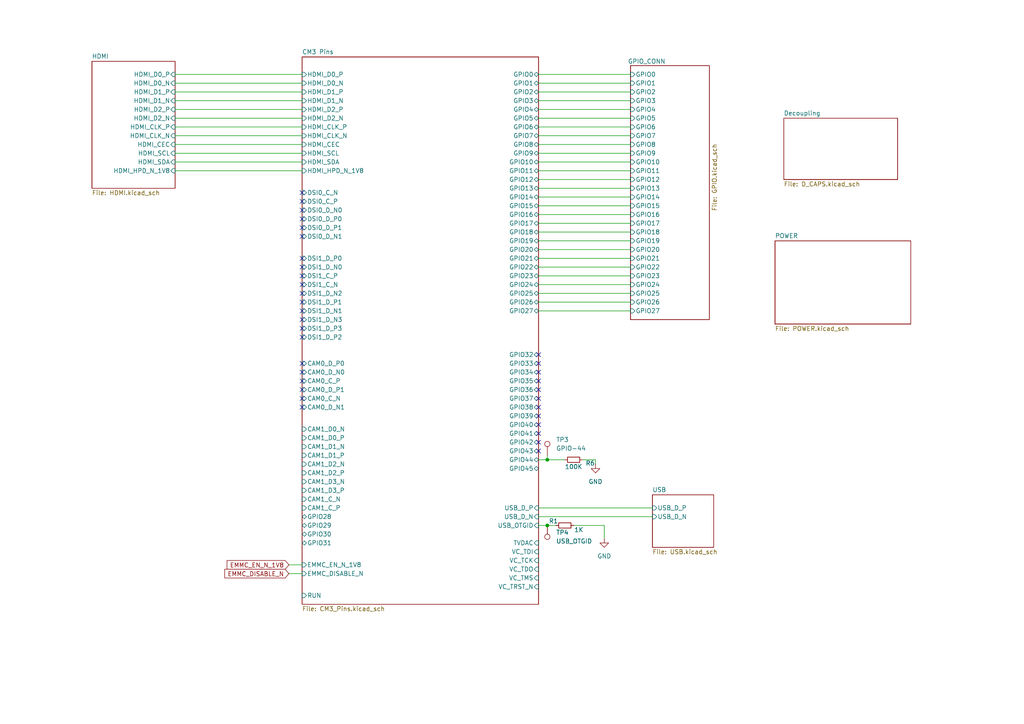
<source format=kicad_sch>
(kicad_sch (version 20231120) (generator "eeschema") (generator_version "8.0")
  (paper "A4")
  (title_block (title "Pi Compute Module 3 Minimum Viable Board") (date "2024-03-28") (rev "1") (company "Designed by: Kuro"))
  (lib_symbols
    (symbol "Connector:TestPoint" (pin_numbers hide) (pin_names (offset 0.762) hide)
      (property "Reference" "TP" (at 0 6.858 0))
      (property "Value" "TestPoint" (at 0 5.08 0))
      (symbol "TestPoint_0_1"
        (circle (center 0 3.302) (radius 0.762))
      )
      (symbol "TestPoint_1_1"
        (pin passive line (at 0 0 90) (length 2.54) (name "1") (number "1"))
      )
    )
    (symbol "Device:R_Small" (pin_numbers hide) (pin_names (offset 0.254) hide)
      (property "Reference" "R" (at 0.762 0.508 0))
      (property "Value" "R_Small" (at 0.762 -1.016 0))
      (symbol "R_Small_0_1"
        (rectangle (start -0.762 1.778) (end 0.762 -1.778) (stroke (width 0.2032)))
      )
      (symbol "R_Small_1_1"
        (pin passive line (at 0 2.54 270) (length 0.762) (name "~") (number "1"))
        (pin passive line (at 0 -2.54 90) (length 0.762) (name "~") (number "2"))
      )
    )
    (symbol "power:GND" (power) (pin_numbers hide) (pin_names (offset 0) hide)
      (property "Value" "GND" (at 0 -3.81 0))
      (symbol "GND_0_1"
        (polyline (pts (xy 0 0) (xy 0 -1.27) (xy 1.27 -1.27) (xy 0 -2.54) (xy -1.27 -1.27) (xy 0 -1.27)))
      )
      (symbol "GND_1_1"
        (pin power_in line (at 0 0 270) (length 0) (name "~") (number "1"))
      )
    )
  )
  (junction (at 158.75 133.35))
  (junction (at 158.75 152.4))
  (no_connect (at 87.63 77.47))
  (no_connect (at 87.63 60.96))
  (no_connect (at 156.21 107.95))
  (no_connect (at 87.63 118.11))
  (no_connect (at 87.63 115.57))
  (no_connect (at 156.21 123.19))
  (no_connect (at 87.63 110.49))
  (no_connect (at 87.63 95.25))
  (no_connect (at 156.21 128.27))
  (no_connect (at 156.21 125.73))
  (no_connect (at 156.21 102.87))
  (no_connect (at 156.21 130.81))
  (no_connect (at 87.63 74.93))
  (no_connect (at 87.63 66.04))
  (no_connect (at 87.63 63.5))
  (no_connect (at 87.63 55.88))
  (no_connect (at 87.63 82.55))
  (no_connect (at 87.63 90.17))
  (no_connect (at 87.63 85.09))
  (no_connect (at 156.21 110.49))
  (no_connect (at 87.63 87.63))
  (no_connect (at 156.21 120.65))
  (no_connect (at 156.21 113.03))
  (no_connect (at 87.63 107.95))
  (no_connect (at 87.63 105.41))
  (no_connect (at 87.63 113.03))
  (no_connect (at 87.63 80.01))
  (no_connect (at 156.21 105.41))
  (no_connect (at 156.21 118.11))
  (no_connect (at 87.63 58.42))
  (no_connect (at 87.63 92.71))
  (no_connect (at 87.63 68.58))
  (no_connect (at 87.63 97.79))
  (no_connect (at 156.21 115.57))
  (wire (pts (xy 156.21 39.37) (xy 182.88 39.37)))
  (wire (pts (xy 156.21 49.53) (xy 182.88 49.53)))
  (wire (pts (xy 156.21 46.99) (xy 182.88 46.99)))
  (wire (pts (xy 168.91 133.35) (xy 172.72 133.35)))
  (wire (pts (xy 156.21 82.55) (xy 182.88 82.55)))
  (wire (pts (xy 50.8 24.13) (xy 87.63 24.13)))
  (wire (pts (xy 156.21 72.39) (xy 182.88 72.39)))
  (wire (pts (xy 156.21 149.86) (xy 189.23 149.86)))
  (wire (pts (xy 156.21 21.59) (xy 182.88 21.59)))
  (wire (pts (xy 156.21 54.61) (xy 182.88 54.61)))
  (wire (pts (xy 156.21 26.67) (xy 182.88 26.67)))
  (wire (pts (xy 83.82 166.37) (xy 87.63 166.37)))
  (wire (pts (xy 156.21 77.47) (xy 182.88 77.47)))
  (wire (pts (xy 50.8 41.91) (xy 87.63 41.91)))
  (wire (pts (xy 158.75 152.4) (xy 161.29 152.4)))
  (wire (pts (xy 156.21 44.45) (xy 182.88 44.45)))
  (wire (pts (xy 50.8 49.53) (xy 87.63 49.53)))
  (wire (pts (xy 172.72 133.35) (xy 172.72 134.62)))
  (wire (pts (xy 156.21 147.32) (xy 189.23 147.32)))
  (wire (pts (xy 156.21 57.15) (xy 182.88 57.15)))
  (wire (pts (xy 50.8 46.99) (xy 87.63 46.99)))
  (wire (pts (xy 158.75 132.08) (xy 158.75 133.35)))
  (wire (pts (xy 156.21 34.29) (xy 182.88 34.29)))
  (wire (pts (xy 156.21 36.83) (xy 182.88 36.83)))
  (wire (pts (xy 156.21 64.77) (xy 182.88 64.77)))
  (wire (pts (xy 156.21 41.91) (xy 182.88 41.91)))
  (wire (pts (xy 156.21 80.01) (xy 182.88 80.01)))
  (wire (pts (xy 50.8 29.21) (xy 87.63 29.21)))
  (wire (pts (xy 50.8 44.45) (xy 87.63 44.45)))
  (wire (pts (xy 156.21 67.31) (xy 182.88 67.31)))
  (wire (pts (xy 156.21 62.23) (xy 182.88 62.23)))
  (wire (pts (xy 50.8 34.29) (xy 87.63 34.29)))
  (wire (pts (xy 156.21 74.93) (xy 182.88 74.93)))
  (wire (pts (xy 156.21 24.13) (xy 182.88 24.13)))
  (wire (pts (xy 175.26 152.4) (xy 175.26 156.21)))
  (wire (pts (xy 156.21 90.17) (xy 182.88 90.17)))
  (wire (pts (xy 156.21 69.85) (xy 182.88 69.85)))
  (wire (pts (xy 50.8 36.83) (xy 87.63 36.83)))
  (wire (pts (xy 50.8 21.59) (xy 87.63 21.59)))
  (wire (pts (xy 156.21 59.69) (xy 182.88 59.69)))
  (wire (pts (xy 156.21 133.35) (xy 158.75 133.35)))
  (wire (pts (xy 156.21 52.07) (xy 182.88 52.07)))
  (wire (pts (xy 50.8 31.75) (xy 87.63 31.75)))
  (wire (pts (xy 50.8 39.37) (xy 87.63 39.37)))
  (wire (pts (xy 83.82 163.83) (xy 87.63 163.83)))
  (wire (pts (xy 156.21 85.09) (xy 182.88 85.09)))
  (wire (pts (xy 50.8 26.67) (xy 87.63 26.67)))
  (wire (pts (xy 156.21 31.75) (xy 182.88 31.75)))
  (wire (pts (xy 156.21 29.21) (xy 182.88 29.21)))
  (wire (pts (xy 156.21 152.4) (xy 158.75 152.4)))
  (wire (pts (xy 158.75 133.35) (xy 163.83 133.35)))
  (wire (pts (xy 156.21 87.63) (xy 182.88 87.63)))
  (wire (pts (xy 166.37 152.4) (xy 175.26 152.4)))
  (global_label "EMMC_DISABLE_N" (shape input) (at 83.82 166.37 180) (property "Intersheetrefs" "${INTERSHEET_REFS}" (effects (hide yes))))
  (global_label "EMMC_EN_N_1V8" (shape input) (at 83.82 163.83 180) (property "Intersheetrefs" "${INTERSHEET_REFS}" (effects (hide yes))))
  (symbol (lib_id "Device:R_Small") (at 163.83 152.4 90) (unit 1)
    (property "Reference" "R1" (at 160.528 151.13 90))
    (property "Value" "1K" (at 167.894 153.67 90))
    (property "Footprint" "Capacitor_SMD:C_0805_2012Metric" (effects (hide yes)))
    (property "Description" "Resistor, small symbol" (effects (hide yes)))
  )
  (symbol (lib_id "power:GND") (at 172.72 134.62 0) (unit 1)
    (property "Reference" "#PWR071" (effects (hide yes)))
    (property "Value" "GND" (at 172.72 139.7 0))
    (property "Description" "Power symbol creates a global label with name \"GND\" , ground" (effects (hide yes)))
  )
  (symbol (lib_id "Connector:TestPoint") (at 158.75 152.4 180) (unit 1) (in_bom no)
    (property "Reference" "TP4" (at 161.29 154.4319 0) (effects (justify right)))
    (property "Value" "USB_OTGID" (at 161.29 156.9719 0) (effects (justify right)))
    (property "Footprint" "TestPoint:TestPoint_Pad_1.0x1.0mm" (effects (hide yes)))
    (property "Description" "test point" (effects (hide yes)))
  )
  (symbol (lib_id "power:GND") (at 175.26 156.21 0) (unit 1)
    (property "Reference" "#PWR015" (effects (hide yes)))
    (property "Value" "GND" (at 175.26 161.29 0))
    (property "Description" "Power symbol creates a global label with name \"GND\" , ground" (effects (hide yes)))
  )
  (symbol (lib_id "Device:R_Small") (at 166.37 133.35 90) (unit 1)
    (property "Reference" "R6" (at 171.196 134.366 90))
    (property "Value" "100K" (at 166.37 135.382 90))
    (property "Footprint" "Resistor_SMD:R_0805_2012Metric" (effects (hide yes)))
    (property "Description" "Resistor, small symbol" (effects (hide yes)))
  )
  (symbol (lib_id "Connector:TestPoint") (at 158.75 132.08 0) (unit 1) (in_bom no)
    (property "Reference" "TP3" (at 161.29 127.5079 0) (effects (justify left)))
    (property "Value" "GPIO-44" (at 161.29 130.0479 0) (effects (justify left)))
    (property "Footprint" "TestPoint:TestPoint_Pad_1.0x1.0mm" (effects (hide yes)))
    (property "Description" "test point" (effects (hide yes)))
  )
  (sheet (at 224.79 69.85) (size 39.37 24.13) (stroke (width 0.1524))
    (property "Sheetname" "POWER" (at 224.79 69.1384 0) (effects (justify left bottom)))
    (property "Sheetfile" "POWER.kicad_sch" (at 224.79 94.5646 0) (effects (justify left top)))
  )
  (sheet (at 26.67 17.78) (size 24.13 36.83) (stroke (width 0.1524))
    (property "Sheetname" "HDMI" (at 26.67 17.0684 0) (effects (justify left bottom)))
    (property "Sheetfile" "HDMI.kicad_sch" (at 26.67 55.1946 0) (effects (justify left top)))
    (pin "HDMI_D2_P" input (at 50.8 31.75 0))
    (pin "HDMI_D2_N" input (at 50.8 34.29 0))
    (pin "HDMI_D1_P" input (at 50.8 26.67 0))
    (pin "HDMI_D1_N" input (at 50.8 29.21 0))
    (pin "HDMI_D0_P" input (at 50.8 21.59 0))
    (pin "HDMI_D0_N" input (at 50.8 24.13 0))
    (pin "HDMI_CLK_P" input (at 50.8 36.83 0))
    (pin "HDMI_CLK_N" input (at 50.8 39.37 0))
    (pin "HDMI_SDA" input (at 50.8 46.99 0))
    (pin "HDMI_HPD_N_1V8" input (at 50.8 49.53 0))
    (pin "HDMI_CEC" input (at 50.8 41.91 0))
    (pin "HDMI_SCL" input (at 50.8 44.45 0))
  )
  (sheet (at 182.88 19.05) (size 22.86 73.66) (stroke (width 0.1524))
    (property "Sheetname" "GPIO_CONN" (at 182.118 18.542 0) (effects (justify left bottom)))
    (property "Sheetfile" "GPIO.kicad_sch" (at 206.502 61.214 90) (effects (justify left top)))
    (pin "GPIO4" input (at 182.88 31.75 180))
    (pin "GPIO17" input (at 182.88 64.77 180))
    (pin "GPIO3" input (at 182.88 29.21 180))
    (pin "GPIO2" input (at 182.88 26.67 180))
    (pin "GPIO20" input (at 182.88 72.39 180))
    (pin "GPIO16" input (at 182.88 62.23 180))
    (pin "GPIO12" input (at 182.88 52.07 180))
    (pin "GPIO7" input (at 182.88 39.37 180))
    (pin "GPIO1" input (at 182.88 24.13 180))
    (pin "GPIO21" input (at 182.88 74.93 180))
    (pin "GPIO18" input (at 182.88 67.31 180))
    (pin "GPIO23" input (at 182.88 80.01 180))
    (pin "GPIO24" input (at 182.88 82.55 180))
    (pin "GPIO25" input (at 182.88 85.09 180))
    (pin "GPIO8" input (at 182.88 41.91 180))
    (pin "GPIO14" input (at 182.88 57.15 180))
    (pin "GPIO15" input (at 182.88 59.69 180))
    (pin "GPIO27" input (at 182.88 90.17 180))
    (pin "GPIO22" input (at 182.88 77.47 180))
    (pin "GPIO10" input (at 182.88 46.99 180))
    (pin "GPIO9" input (at 182.88 44.45 180))
    (pin "GPIO11" input (at 182.88 49.53 180))
    (pin "GPIO0" input (at 182.88 21.59 180))
    (pin "GPIO5" input (at 182.88 34.29 180))
    (pin "GPIO19" input (at 182.88 69.85 180))
    (pin "GPIO13" input (at 182.88 54.61 180))
    (pin "GPIO6" input (at 182.88 36.83 180))
    (pin "GPIO26" input (at 182.88 87.63 180))
  )
  (sheet (at 87.63 16.51) (size 68.58 158.75) (stroke (width 0.1524))
    (property "Sheetname" "CM3 Pins" (at 87.63 15.7984 0) (effects (justify left bottom)))
    (property "Sheetfile" "CM3_Pins.kicad_sch" (at 87.63 175.8446 0) (effects (justify left top)))
    (pin "GPIO28" bidirectional (at 87.63 149.86 180))
    (pin "GPIO29" bidirectional (at 87.63 152.4 180))
    (pin "GPIO30" bidirectional (at 87.63 154.94 180))
    (pin "GPIO31" bidirectional (at 87.63 157.48 180))
    (pin "GPIO22" bidirectional (at 156.21 77.47 0))
    (pin "GPIO23" bidirectional (at 156.21 80.01 0))
    (pin "GPIO19" bidirectional (at 156.21 69.85 0))
    (pin "GPIO18" bidirectional (at 156.21 67.31 0))
    (pin "GPIO20" bidirectional (at 156.21 72.39 0))
    (pin "GPIO21" bidirectional (at 156.21 74.93 0))
    (pin "USB_D_N" input (at 156.21 149.86 0))
    (pin "CAM1_D0_N" input (at 87.63 124.46 180))
    (pin "USB_D_P" input (at 156.21 147.32 0))
    (pin "EMMC_DISABLE_N" input (at 87.63 166.37 180))
    (pin "GPIO13" bidirectional (at 156.21 54.61 0))
    (pin "GPIO12" bidirectional (at 156.21 52.07 0))
    (pin "GPIO17" bidirectional (at 156.21 64.77 0))
    (pin "GPIO15" bidirectional (at 156.21 59.69 0))
    (pin "GPIO14" bidirectional (at 156.21 57.15 0))
    (pin "GPIO16" bidirectional (at 156.21 62.23 0))
    (pin "CAM1_D2_N" input (at 87.63 134.62 180))
    (pin "CAM1_D2_P" input (at 87.63 137.16 180))
    (pin "CAM1_C_P" input (at 87.63 147.32 180))
    (pin "CAM1_C_N" input (at 87.63 144.78 180))
    (pin "HDMI_D2_P" input (at 87.63 31.75 180))
    (pin "HDMI_D2_N" input (at 87.63 34.29 180))
    (pin "CAM1_D1_P" input (at 87.63 132.08 180))
    (pin "CAM1_D1_N" input (at 87.63 129.54 180))
    (pin "CAM1_D3_N" input (at 87.63 139.7 180))
    (pin "CAM1_D3_P" input (at 87.63 142.24 180))
    (pin "HDMI_D1_N" input (at 87.63 29.21 180))
    (pin "HDMI_D1_P" input (at 87.63 26.67 180))
    (pin "CAM1_D0_P" input (at 87.63 127 180))
    (pin "GPIO3" bidirectional (at 156.21 29.21 0))
    (pin "GPIO0" bidirectional (at 156.21 21.59 0))
    (pin "GPIO1" bidirectional (at 156.21 24.13 0))
    (pin "GPIO2" bidirectional (at 156.21 26.67 0))
    (pin "GPIO6" bidirectional (at 156.21 36.83 0))
    (pin "GPIO7" bidirectional (at 156.21 39.37 0))
    (pin "GPIO8" bidirectional (at 156.21 41.91 0))
    (pin "GPIO9" bidirectional (at 156.21 44.45 0))
    (pin "GPIO4" bidirectional (at 156.21 31.75 0))
    (pin "GPIO5" bidirectional (at 156.21 34.29 0))
    (pin "GPIO10" bidirectional (at 156.21 46.99 0))
    (pin "GPIO11" bidirectional (at 156.21 49.53 0))
    (pin "HDMI_CEC" input (at 87.63 41.91 180))
    (pin "HDMI_SDA" input (at 87.63 46.99 180))
    (pin "HDMI_SCL" input (at 87.63 44.45 180))
    (pin "CAM0_D_N1" input (at 87.63 118.11 180))
    (pin "CAM0_C_N" input (at 87.63 115.57 180))
    (pin "CAM0_D_P1" input (at 87.63 113.03 180))
    (pin "CAM0_C_P" input (at 87.63 110.49 180))
    (pin "CAM0_D_N0" input (at 87.63 107.95 180))
    (pin "CAM0_D_P0" input (at 87.63 105.41 180))
    (pin "GPIO44" bidirectional (at 156.21 133.35 0))
    (pin "GPIO45" bidirectional (at 156.21 135.89 0))
    (pin "HDMI_HPD_N_1V8" input (at 87.63 49.53 180))
    (pin "EMMC_EN_N_1V8" input (at 87.63 163.83 180))
    (pin "DSI1_D_P0" input (at 87.63 74.93 180))
    (pin "DSI1_D_N0" input (at 87.63 77.47 180))
    (pin "DSI1_C_P" input (at 87.63 80.01 180))
    (pin "DSI1_C_N" input (at 87.63 82.55 180))
    (pin "DSI1_D_N2" input (at 87.63 85.09 180))
    (pin "DSI1_D_P1" input (at 87.63 87.63 180))
    (pin "DSI1_D_N1" input (at 87.63 90.17 180))
    (pin "DSI1_D_N3" input (at 87.63 92.71 180))
    (pin "DSI1_D_P3" input (at 87.63 95.25 180))
    (pin "DSI1_D_P2" input (at 87.63 97.79 180))
    (pin "VC_TMS" input (at 156.21 167.64 0))
    (pin "VC_TDO" input (at 156.21 165.1 0))
    (pin "VC_TCK" input (at 156.21 162.56 0))
    (pin "TVDAC" input (at 156.21 157.48 0))
    (pin "VC_TRST_N" input (at 156.21 170.18 0))
    (pin "VC_TDI" input (at 156.21 160.02 0))
    (pin "USB_OTGID" input (at 156.21 152.4 0))
    (pin "GPIO41" bidirectional (at 156.21 125.73 0))
    (pin "GPIO40" bidirectional (at 156.21 123.19 0))
    (pin "GPIO34" bidirectional (at 156.21 107.95 0))
    (pin "GPIO35" bidirectional (at 156.21 110.49 0))
    (pin "GPIO33" bidirectional (at 156.21 105.41 0))
    (pin "GPIO38" bidirectional (at 156.21 118.11 0))
    (pin "GPIO39" bidirectional (at 156.21 120.65 0))
    (pin "GPIO32" bidirectional (at 156.21 102.87 0))
    (pin "GPIO36" bidirectional (at 156.21 113.03 0))
    (pin "GPIO37" bidirectional (at 156.21 115.57 0))
    (pin "GPIO43" bidirectional (at 156.21 130.81 0))
    (pin "GPIO42" bidirectional (at 156.21 128.27 0))
    (pin "HDMI_D0_N" input (at 87.63 24.13 180))
    (pin "HDMI_D0_P" input (at 87.63 21.59 180))
    (pin "HDMI_CLK_P" input (at 87.63 36.83 180))
    (pin "DSI0_C_N" input (at 87.63 55.88 180))
    (pin "HDMI_CLK_N" input (at 87.63 39.37 180))
    (pin "DSI0_C_P" input (at 87.63 58.42 180))
    (pin "GPIO26" bidirectional (at 156.21 87.63 0))
    (pin "GPIO27" bidirectional (at 156.21 90.17 0))
    (pin "GPIO25" bidirectional (at 156.21 85.09 0))
    (pin "GPIO24" bidirectional (at 156.21 82.55 0))
    (pin "DSI0_D_N0" input (at 87.63 60.96 180))
    (pin "DSI0_D_P0" input (at 87.63 63.5 180))
    (pin "DSI0_D_P1" input (at 87.63 66.04 180))
    (pin "DSI0_D_N1" input (at 87.63 68.58 180))
    (pin "RUN" input (at 87.63 172.72 180))
  )
  (sheet (at 227.33 34.29) (size 33.02 17.78) (stroke (width 0.1524))
    (property "Sheetname" "Decoupling" (at 227.33 33.5784 0) (effects (justify left bottom)))
    (property "Sheetfile" "D_CAPS.kicad_sch" (at 227.33 52.6546 0) (effects (justify left top)))
  )
  (sheet (at 189.23 143.51) (size 17.78 15.24) (stroke (width 0.1524))
    (property "Sheetname" "USB" (at 189.23 142.7984 0) (effects (justify left bottom)))
    (property "Sheetfile" "USB.kicad_sch" (at 189.23 159.3346 0) (effects (justify left top)))
    (pin "USB_D_N" input (at 189.23 149.86 180))
    (pin "USB_D_P" input (at 189.23 147.32 180))
  )
)
</source>
